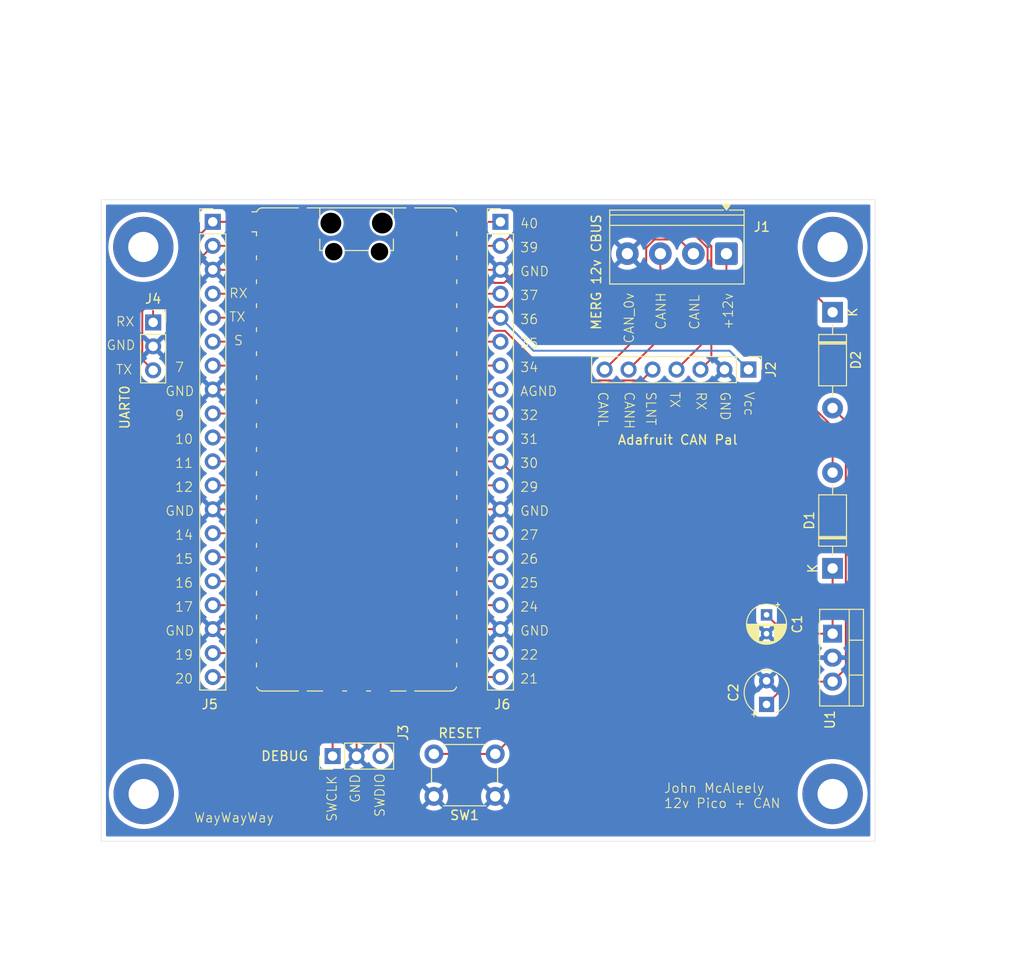
<source format=kicad_pcb>
(kicad_pcb (version 20241229) (generator "pcbnew") (generator_version "9.0")
  (layers (0 "F.Cu" signal) (2 "B.Cu" signal) (13 "F.Paste" user) (15 "B.Paste" user) (5 "F.SilkS" user "F.Silkscreen") (7 "B.SilkS" user "B.Silkscreen") (1 "F.Mask" user) (3 "B.Mask" user) (25 "Edge.Cuts" user))
  (net 0 "")
  (net 1 "Net-(A1-GPIO16)")
  (net 2 "Net-(A1-GPIO12)")
  (net 3 "Net-(A1-RUN)")
  (net 4 "Net-(A1-GPIO17)")
  (net 5 "Net-(A1-GPIO9)")
  (net 6 "Net-(A1-GPIO19)")
  (net 7 "GND")
  (net 8 "Net-(A1-GPIO2)")
  (net 9 "Net-(A1-GPIO22)")
  (net 10 "Net-(A1-AGND)")
  (net 11 "Net-(A1-VSYS)")
  (net 12 "Net-(A1-GPIO7)")
  (net 13 "Net-(A1-SWDIO)")
  (net 14 "Net-(A1-VBUS)")
  (net 15 "Net-(A1-GPIO28_ADC2)")
  (net 16 "Net-(A1-GPIO21)")
  (net 17 "Net-(A1-GPIO1)")
  (net 18 "Net-(A1-GPIO15)")
  (net 19 "Net-(A1-GPIO26_ADC0)")
  (net 20 "Net-(A1-GPIO4)")
  (net 21 "Net-(A1-GPIO10)")
  (net 22 "Net-(A1-GPIO3)")
  (net 23 "Net-(A1-GPIO13)")
  (net 24 "Net-(A1-GPIO5)")
  (net 25 "Net-(A1-GPIO8)")
  (net 26 "Net-(A1-3V3)")
  (net 27 "Net-(A1-GPIO27_ADC1)")
  (net 28 "Net-(A1-3V3_EN)")
  (net 29 "Net-(A1-SWCLK)")
  (net 30 "Net-(A1-GPIO20)")
  (net 31 "Net-(A1-ADC_VREF)")
  (net 32 "Net-(A1-GPIO11)")
  (net 33 "Net-(A1-GPIO18)")
  (net 34 "Net-(A1-GPIO14)")
  (net 35 "Net-(A1-GPIO0)")
  (net 36 "Net-(A1-GPIO6)")
  (net 37 "Net-(D1-A)")
  (net 38 "Net-(D1-K)")
  (net 39 "Net-(D2-A)")
  (net 40 "Net-(J1-CANH)")
  (net 41 "Net-(J1-CANL)")
  (footprint "Connector_PinHeader_2.54mm:PinHeader_1x20_P2.54mm_Vertical" (layer "F.Cu") (at 177.8 37.338)
    (property "Reference" "J6" (at 0.2 51.162 0) (layer "F.SilkS"))
    (property "Value" "Pico RHS")
    (pad "1" thru_hole rect (at 0 0) (size 1.7 1.7) (drill 1) (layers "*.Cu" "*.Mask") (net 14 "Net-(A1-VBUS)"))
    (pad "2" thru_hole circle (at 0 2.54) (size 1.7 1.7) (drill 1) (layers "*.Cu" "*.Mask") (net 11 "Net-(A1-VSYS)"))
    (pad "3" thru_hole circle (at 0 5.08) (size 1.7 1.7) (drill 1) (layers "*.Cu" "*.Mask") (net 7 "GND"))
    (pad "4" thru_hole circle (at 0 7.62) (size 1.7 1.7) (drill 1) (layers "*.Cu" "*.Mask") (net 28 "Net-(A1-3V3_EN)"))
    (pad "5" thru_hole circle (at 0 10.16) (size 1.7 1.7) (drill 1) (layers "*.Cu" "*.Mask") (net 26 "Net-(A1-3V3)"))
    (pad "6" thru_hole circle (at 0 12.7) (size 1.7 1.7) (drill 1) (layers "*.Cu" "*.Mask") (net 31 "Net-(A1-ADC_VREF)"))
    (pad "7" thru_hole circle (at 0 15.24) (size 1.7 1.7) (drill 1) (layers "*.Cu" "*.Mask") (net 15 "Net-(A1-GPIO28_ADC2)"))
    (pad "8" thru_hole circle (at 0 17.78) (size 1.7 1.7) (drill 1) (layers "*.Cu" "*.Mask") (net 10 "Net-(A1-AGND)"))
    (pad "9" thru_hole circle (at 0 20.32) (size 1.7 1.7) (drill 1) (layers "*.Cu" "*.Mask") (net 27 "Net-(A1-GPIO27_ADC1)"))
    (pad "10" thru_hole circle (at 0 22.86) (size 1.7 1.7) (drill 1) (layers "*.Cu" "*.Mask") (net 19 "Net-(A1-GPIO26_ADC0)"))
    (pad "11" thru_hole circle (at 0 25.4) (size 1.7 1.7) (drill 1) (layers "*.Cu" "*.Mask") (net 3 "Net-(A1-RUN)"))
    (pad "12" thru_hole circle (at 0 27.94) (size 1.7 1.7) (drill 1) (layers "*.Cu" "*.Mask") (net 9 "Net-(A1-GPIO22)"))
    (pad "13" thru_hole circle (at 0 30.48) (size 1.7 1.7) (drill 1) (layers "*.Cu" "*.Mask") (net 7 "GND"))
    (pad "14" thru_hole circle (at 0 33.02) (size 1.7 1.7) (drill 1) (layers "*.Cu" "*.Mask") (net 16 "Net-(A1-GPIO21)"))
    (pad "15" thru_hole circle (at 0 35.56) (size 1.7 1.7) (drill 1) (layers "*.Cu" "*.Mask") (net 30 "Net-(A1-GPIO20)"))
    (pad "16" thru_hole circle (at 0 38.1) (size 1.7 1.7) (drill 1) (layers "*.Cu" "*.Mask") (net 6 "Net-(A1-GPIO19)"))
    (pad "17" thru_hole circle (at 0 40.64) (size 1.7 1.7) (drill 1) (layers "*.Cu" "*.Mask") (net 33 "Net-(A1-GPIO18)"))
    (pad "18" thru_hole circle (at 0 43.18) (size 1.7 1.7) (drill 1) (layers "*.Cu" "*.Mask") (net 7 "GND"))
    (pad "19" thru_hole circle (at 0 45.72) (size 1.7 1.7) (drill 1) (layers "*.Cu" "*.Mask") (net 4 "Net-(A1-GPIO17)"))
    (pad "20" thru_hole circle (at 0 48.26) (size 1.7 1.7) (drill 1) (layers "*.Cu" "*.Mask") (net 1 "Net-(A1-GPIO16)"))
  )
  (footprint "MountingHole:MountingHole_3.2mm_M3_Pad" (layer "F.Cu") (at 213 98)
    (property "Reference" "REF**" (hide yes))
    (property "Value" "MountingHole_3.2mm_M3_Pad")
    (pad "1" thru_hole circle (at 0 0) (size 6.4 6.4) (drill 3.2) (layers "*.Cu" "*.Mask"))
  )
  (footprint "Package_TO_SOT_THT:TO-220-3_Vertical" (layer "F.Cu") (at 213 81 -90)
    (property "Reference" "U1" (at 9.12 0.28 90) (layer "F.SilkS"))
    (property "Value" "LM7805_TO220")
    (pad "1" thru_hole rect (at 0 0 270) (size 1.905 2) (drill 1.1) (layers "*.Cu" "*.Mask") (net 38 "Net-(D1-K)"))
    (pad "2" thru_hole oval (at 2.54 0 270) (size 1.905 2) (drill 1.1) (layers "*.Cu" "*.Mask") (net 7 "GND"))
    (pad "3" thru_hole oval (at 5.08 0 270) (size 1.905 2) (drill 1.1) (layers "*.Cu" "*.Mask") (net 39 "Net-(D2-A)"))
  )
  (footprint "MountingHole:MountingHole_3.2mm_M3_Pad" (layer "F.Cu") (at 140 98)
    (property "Reference" "REF**" (hide yes))
    (property "Value" "MountingHole_3.2mm_M3_Pad")
    (pad "1" thru_hole circle (at 0 0) (size 6.4 6.4) (drill 3.2) (layers "*.Cu" "*.Mask"))
  )
  (footprint "Connector_PinSocket_2.54mm:PinSocket_1x03_P2.54mm_Vertical" (layer "F.Cu") (at 141 48)
    (property "Reference" "J4" (at 0 -2.5 0) (layer "F.SilkS"))
    (property "Value" "UART0" (at -3 9 90) (layer "F.SilkS"))
    (fp_text user "${PIN_NAME(2)}" (at -5 3 0) (layer "F.SilkS") (effects (font (thickness 0.1)) (justify left bottom)))
    (fp_text user "${PIN_NAME(3)}" (at -4 5.588 0) (layer "F.SilkS") (effects (font (thickness 0.1)) (justify left bottom)))
    (fp_text user "${PIN_NAME(1)}" (at -4 0.508 0) (layer "F.SilkS") (effects (font (thickness 0.1)) (justify left bottom)))
    (pad "1" thru_hole rect (at 0 0) (size 1.7 1.7) (drill 1) (layers "*.Cu" "*.Mask") (net 17 "Net-(A1-GPIO1)"))
    (pad "2" thru_hole circle (at 0 2.54) (size 1.7 1.7) (drill 1) (layers "*.Cu" "*.Mask") (net 7 "GND"))
    (pad "3" thru_hole circle (at 0 5.08) (size 1.7 1.7) (drill 1) (layers "*.Cu" "*.Mask") (net 35 "Net-(A1-GPIO0)"))
  )
  (footprint "MountingHole:MountingHole_3.2mm_M3_Pad" (layer "F.Cu") (at 213 40)
    (property "Reference" "REF**" (hide yes))
    (property "Value" "MountingHole_3.2mm_M3_Pad")
    (pad "1" thru_hole circle (at 0 0) (size 6.4 6.4) (drill 3.2) (layers "*.Cu" "*.Mask"))
  )
  (footprint "Button_Switch_THT:SW_PUSH_6mm" (layer "F.Cu") (at 177.25 98.25 180)
    (property "Reference" "SW1" (at 3.25 -2 0) (layer "F.SilkS"))
    (property "Value" "RESET" (at 3.75 6.7 0) (layer "F.SilkS"))
    (pad "1" thru_hole circle (at 0 0 270) (size 2 2) (drill 1.1) (layers "*.Cu" "*.Mask") (net 7 "GND"))
    (pad "1" thru_hole circle (at 6.5 0 270) (size 2 2) (drill 1.1) (layers "*.Cu" "*.Mask") (net 7 "GND"))
    (pad "2" thru_hole circle (at 0 4.5 270) (size 2 2) (drill 1.1) (layers "*.Cu" "*.Mask") (net 3 "Net-(A1-RUN)"))
    (pad "2" thru_hole circle (at 6.5 4.5 270) (size 2 2) (drill 1.1) (layers "*.Cu" "*.Mask") (net 3 "Net-(A1-RUN)"))
  )
  (footprint "Connector_PinHeader_2.54mm:PinHeader_1x07_P2.54mm_Vertical" (layer "F.Cu") (at 204.08 53 -90)
    (property "Reference" "J2" (at 0 -2.38 90) (layer "F.SilkS"))
    (property "Value" "Adafruit CAN Pal" (at 7.452 7.484 0) (layer "F.SilkS"))
    (fp_text user "${PIN_NAME(7)}" (at 2.286 16.002 270) (layer "F.SilkS") (effects (font (thickness 0.1)) (justify left bottom)))
    (fp_text user "${PIN_NAME(3)}" (at 2.286 5.588 270) (layer "F.SilkS") (effects (font (thickness 0.1)) (justify left bottom)))
    (fp_text user "${PIN_NAME(6)}" (at 2.286 13.208 270) (layer "F.SilkS") (effects (font (thickness 0.1)) (justify left bottom)))
    (fp_text user "${PIN_NAME(4)}" (at 2.286 8.382 270) (layer "F.SilkS") (effects (font (thickness 0.1)) (justify left bottom)))
    (fp_text user "${PIN_NAME(5)}" (at 2.286 10.922 270) (layer "F.SilkS") (effects (font (thickness 0.1)) (justify left bottom)))
    (fp_text user "${PIN_NAME(1)}" (at 2.286 0.508 270) (layer "F.SilkS") (effects (font (thickness 0.1)) (justify left bottom)))
    (fp_text user "${PIN_NAME(2)}" (at 2.286 3.048 270) (layer "F.SilkS") (effects (font (thickness 0.1)) (justify left bottom)))
    (pad "1" thru_hole rect (at 0 0 270) (size 1.7 1.7) (drill 1) (layers "*.Cu" "*.Mask") (net 26 "Net-(A1-3V3)"))
    (pad "2" thru_hole circle (at 0 2.54 270) (size 1.7 1.7) (drill 1) (layers "*.Cu" "*.Mask") (net 7 "GND"))
    (pad "3" thru_hole circle (at 0 5.08 270) (size 1.7 1.7) (drill 1) (layers "*.Cu" "*.Mask") (net 8 "Net-(A1-GPIO2)"))
    (pad "4" thru_hole circle (at 0 7.62 270) (size 1.7 1.7) (drill 1) (layers "*.Cu" "*.Mask") (net 22 "Net-(A1-GPIO3)"))
    (pad "5" thru_hole circle (at 0 10.16 270) (size 1.7 1.7) (drill 1) (layers "*.Cu" "*.Mask") (net 20 "Net-(A1-GPIO4)"))
    (pad "6" thru_hole circle (at 0 12.7 270) (size 1.7 1.7) (drill 1) (layers "*.Cu" "*.Mask") (net 40 "Net-(J1-CANH)"))
    (pad "7" thru_hole circle (at 0 15.24 270) (size 1.7 1.7) (drill 1) (layers "*.Cu" "*.Mask") (net 41 "Net-(J1-CANL)"))
  )
  (footprint "Diode_THT:D_DO-41_SOD81_P10.16mm_Horizontal" (layer "F.Cu") (at 213 74.08 90)
    (property "Reference" "D1" (at 5.08 -2.47 90) (layer "F.SilkS"))
    (property "Value" "1N4002")
    (fp_text user "K" (at 0 -2.1 90) (layer "F.SilkS"))
    (pad "1" thru_hole rect (at 0 0 90) (size 2.2 2.2) (drill 1.1) (layers "*.Cu" "*.Mask") (net 38 "Net-(D1-K)"))
    (pad "2" thru_hole oval (at 10.16 0 90) (size 2.2 2.2) (drill 1.1) (layers "*.Cu" "*.Mask") (net 37 "Net-(D1-A)"))
  )
  (footprint "Connector_PinHeader_2.54mm:PinHeader_1x03_P2.54mm_Vertical" (layer "F.Cu") (at 160.02 93.98 90)
    (property "Reference" "J3" (at 2.48 7.48 90) (layer "F.SilkS"))
    (property "Value" "DEBUG" (at 0 -5.08 0) (layer "F.SilkS"))
    (fp_text user "${PIN_NAME(3)}" (at -6.52 5.588 90) (layer "F.SilkS") (effects (font (thickness 0.1)) (justify left bottom)))
    (fp_text user "${PIN_NAME(2)}" (at -5.02 2.98 90) (layer "F.SilkS") (effects (font (thickness 0.1)) (justify left bottom)))
    (fp_text user "${PIN_NAME(1)}" (at -7.02 0.508 90) (layer "F.SilkS") (effects (font (thickness 0.1)) (justify left bottom)))
    (pad "1" thru_hole rect (at 0 0 90) (size 1.7 1.7) (drill 1) (layers "*.Cu" "*.Mask") (net 29 "Net-(A1-SWCLK)"))
    (pad "2" thru_hole circle (at 0 2.54 90) (size 1.7 1.7) (drill 1) (layers "*.Cu" "*.Mask") (net 7 "GND"))
    (pad "3" thru_hole circle (at 0 5.08 90) (size 1.7 1.7) (drill 1) (layers "*.Cu" "*.Mask") (net 13 "Net-(A1-SWDIO)"))
  )
  (footprint "MountingHole:MountingHole_3.2mm_M3_Pad" (layer "F.Cu") (at 139.96 40)
    (property "Reference" "REF**" (hide yes))
    (property "Value" "MountingHole_3.2mm_M3_Pad")
    (pad "1" thru_hole circle (at 0 0) (size 6.4 6.4) (drill 3.2) (layers "*.Cu" "*.Mask"))
  )
  (footprint "Module:RaspberryPi_Pico_SMD_HandSolder" (layer "F.Cu") (at 162.56 61.468)
    (property "Reference" "A1" (hide yes))
    (property "Value" "RaspberryPi_Pico")
    (pad "" smd rect (at -8.89 -24.13) (size 3.8 2.2) (drill (offset -0.8 0)) (layers "F.Paste"))
    (pad "" smd rect (at -8.89 -21.59) (size 3.8 2.2) (drill (offset -0.8 0)) (layers "F.Paste"))
    (pad "" smd rect (at -8.89 -19.05) (size 3.8 2.2) (drill (offset -0.8 0)) (layers "F.Paste"))
    (pad "" smd rect (at -8.89 -16.51) (size 3.8 2.2) (drill (offset -0.8 0)) (layers "F.Paste"))
    (pad "" smd rect (at -8.89 -13.97) (size 3.8 2.2) (drill (offset -0.8 0)) (layers "F.Paste"))
    (pad "" smd rect (at -8.89 -11.43) (size 3.8 2.2) (drill (offset -0.8 0)) (layers "F.Paste"))
    (pad "" smd rect (at -8.89 -8.89) (size 3.8 2.2) (drill (offset -0.8 0)) (layers "F.Paste"))
    (pad "" smd rect (at -8.89 -6.35) (size 3.8 2.2) (drill (offset -0.8 0)) (layers "F.Paste"))
    (pad "" smd rect (at -8.89 -3.81) (size 3.8 2.2) (drill (offset -0.8 0)) (layers "F.Paste"))
    (pad "" smd rect (at -8.89 -1.27) (size 3.8 2.2) (drill (offset -0.8 0)) (layers "F.Paste"))
    (pad "" smd rect (at -8.89 1.27) (size 3.8 2.2) (drill (offset -0.8 0)) (layers "F.Paste"))
    (pad "" smd rect (at -8.89 3.81) (size 3.8 2.2) (drill (offset -0.8 0)) (layers "F.Paste"))
    (pad "" smd rect (at -8.89 6.35) (size 3.8 2.2) (drill (offset -0.8 0)) (layers "F.Paste"))
    (pad "" smd rect (at -8.89 8.89) (size 3.8 2.2) (drill (offset -0.8 0)) (layers "F.Paste"))
    (pad "" smd rect (at -8.89 11.43) (size 3.8 2.2) (drill (offset -0.8 0)) (layers "F.Paste"))
    (pad "" smd rect (at -8.89 13.97) (size 3.8 2.2) (drill (offset -0.8 0)) (layers "F.Paste"))
    (pad "" smd rect (at -8.89 16.51) (size 3.8 2.2) (drill (offset -0.8 0)) (layers "F.Paste"))
    (pad "" smd rect (at -8.89 19.05) (size 3.8 2.2) (drill (offset -0.8 0)) (layers "F.Paste"))
    (pad "" smd rect (at -8.89 21.59) (size 3.8 2.2) (drill (offset -0.8 0)) (layers "F.Paste"))
    (pad "" smd rect (at -8.89 24.13) (size 3.8 2.2) (drill (offset -0.8 0)) (layers "F.Paste"))
    (pad "" np_thru_hole circle (at -2.725 -24) (size 2.2 2.2) (drill 2.2) (layers "*.Mask"))
    (pad "" smd rect (at -2.54 23.9) (size 2.2 3.8) (drill (offset 0 0.8)) (layers "F.Paste"))
    (pad "" np_thru_hole circle (at -2.425 -20.97) (size 1.85 1.85) (drill 1.85) (layers "*.Mask"))
    (pad "" smd rect (at 0 23.9) (size 2.2 3.8) (drill (offset 0 0.8)) (layers "F.Paste"))
    (pad "" np_thru_hole circle (at 2.425 -20.97) (size 1.85 1.85) (drill 1.85) (layers "*.Mask"))
    (pad "" smd rect (at 2.54 23.9) (size 2.2 3.8) (drill (offset 0 0.8)) (layers "F.Paste"))
    (pad "" np_thru_hole circle (at 2.725 -24) (size 2.2 2.2) (drill 2.2) (layers "*.Mask"))
    (pad "" smd rect (at 8.89 -24.13) (size 3.8 2.2) (drill (offset 0.8 0)) (layers "F.Paste"))
    (pad "" smd rect (at 8.89 -21.59) (size 3.8 2.2) (drill (offset 0.8 0)) (layers "F.Paste"))
    (pad "" smd rect (at 8.89 -19.05) (size 3.8 2.2) (drill (offset 0.8 0)) (layers "F.Paste"))
    (pad "" smd rect (at 8.89 -16.51) (size 3.8 2.2) (drill (offset 0.8 0)) (layers "F.Paste"))
    (pad "" smd rect (at 8.89 -13.97) (size 3.8 2.2) (drill (offset 0.8 0)) (layers "F.Paste"))
    (pad "" smd rect (at 8.89 -11.43) (size 3.8 2.2) (drill (offset 0.8 0)) (layers "F.Paste"))
    (pad "" smd rect (at 8.89 -8.89) (size 3.8 2.2) (drill (offset 0.8 0)) (layers "F.Paste"))
    (pad "" smd rect (at 8.89 -6.35) (size 3.8 2.2) (drill (offset 0.8 0)) (layers "F.Paste"))
    (pad "" smd rect (at 8.89 -3.81) (size 3.8 2.2) (drill (offset 0.8 0)) (layers "F.Paste"))
    (pad "" smd rect (at 8.89 -1.27) (size 3.8 2.2) (drill (offset 0.8 0)) (layers "F.Paste"))
    (pad "" smd rect (at 8.89 1.27) (size 3.8 2.2) (drill (offset 0.8 0)) (layers "F.Paste"))
    (pad "" smd rect (at 8.89 3.81) (size 3.8 2.2) (drill (offset 0.8 0)) (layers "F.Paste"))
    (pad "" smd rect (at 8.89 6.35) (size 3.8 2.2) (drill (offset 0.8 0)) (layers "F.Paste"))
    (pad "" smd rect (at 8.89 8.89) (size 3.8 2.2) (drill (offset 0.8 0)) (layers "F.Paste"))
    (pad "" smd rect (at 8.89 11.43) (size 3.8 2.2) (drill (offset 0.8 0)) (layers "F.Paste"))
    (pad "" smd rect (at 8.89 13.97) (size 3.8 2.2) (drill (offset 0.8 0)) (layers "F.Paste"))
    (pad "" smd rect (at 8.89 16.51) (size 3.8 2.2) (drill (offset 0.8 0)) (layers "F.Paste"))
    (pad "" smd rect (at 8.89 19.05) (size 3.8 2.2) (drill (offset 0.8 0)) (layers "F.Paste"))
    (pad "" smd rect (at 8.89 21.59) (size 3.8 2.2) (drill (offset 0.8 0)) (layers "F.Paste"))
    (pad "" smd rect (at 8.89 24.13) (size 3.8 2.2) (drill (offset 0.8 0)) (layers "F.Paste"))
    (pad "1" smd custom (at -9.69 -24.13) (size 1.6 0.8) (layers "F.Cu" "F.Mask") (net 35 "Net-(A1-GPIO0)") (options (clearance outline) (anchor rect)) (primitives (gr_circle (center 0.8 0) (end 1.6 0) (width 0) (fill yes)) (gr_poly (pts (xy -1.6 -0.6) (xy -1.6 0.6) (xy -1.4 0.8) (xy 0.8 0.8) (xy 0.8 -0.8) (xy -1.4 -0.8)) (width 0) (fill yes)) (gr_circle (center -1.4 -0.6) (end -1.2 -0.6) (width 0) (fill yes)) (gr_circle (center -1.4 0.6) (end -1.2 0.6) (width 0) (fill yes))))
    (pad "2" smd roundrect (at -9.69 -21.59) (size 3.2 1.6) (layers "F.Cu" "F.Mask") (roundrect_rratio 0.5) (net 17 "Net-(A1-GPIO1)"))
    (pad "3" smd custom (at -9.69 -19.05) (size 1.6 0.8) (layers "F.Cu" "F.Mask") (net 7 "GND") (options (clearance outline) (anchor rect)) (primitives (gr_circle (center -0.8 0) (end 0 0) (width 0) (fill yes)) (gr_poly (pts (xy 1.6 -0.6) (xy 1.6 0.6) (xy 1.4 0.8) (xy -0.8 0.8) (xy -0.8 -0.8) (xy 1.4 -0.8)) (width 0) (fill yes)) (gr_circle (center 1.4 -0.6) (end 1.6 -0.6) (width 0) (fill yes)) (gr_circle (center 1.4 0.6) (end 1.6 0.6) (width 0) (fill yes))))
    (pad "4" smd roundrect (at -9.69 -16.51) (size 3.2 1.6) (layers "F.Cu" "F.Mask") (roundrect_rratio 0.5) (net 8 "Net-(A1-GPIO2)"))
    (pad "5" smd roundrect (at -9.69 -13.97) (size 3.2 1.6) (layers "F.Cu" "F.Mask") (roundrect_rratio 0.5) (net 22 "Net-(A1-GPIO3)"))
    (pad "6" smd roundrect (at -9.69 -11.43) (size 3.2 1.6) (layers "F.Cu" "F.Mask") (roundrect_rratio 0.5) (net 20 "Net-(A1-GPIO4)"))
    (pad "7" smd roundrect (at -9.69 -8.89) (size 3.2 1.6) (layers "F.Cu" "F.Mask") (roundrect_rratio 0.5) (net 24 "Net-(A1-GPIO5)"))
    (pad "8" smd custom (at -9.69 -6.35) (size 1.6 0.8) (layers "F.Cu" "F.Mask") (net 7 "GND") (options (clearance outline) (anchor rect)) (primitives (gr_circle (center -0.8 0) (end 0 0) (width 0) (fill yes)) (gr_poly (pts (xy 1.6 -0.6) (xy 1.6 0.6) (xy 1.4 0.8) (xy -0.8 0.8) (xy -0.8 -0.8) (xy 1.4 -0.8)) (width 0) (fill yes)) (gr_circle (center 1.4 -0.6) (end 1.6 -0.6) (width 0) (fill yes)) (gr_circle (center 1.4 0.6) (end 1.6 0.6) (width 0) (fill yes))))
    (pad "9" smd roundrect (at -9.69 -3.81) (size 3.2 1.6) (layers "F.Cu" "F.Mask") (roundrect_rratio 0.5) (net 36 "Net-(A1-GPIO6)"))
    (pad "10" smd roundrect (at -9.69 -1.27) (size 3.2 1.6) (layers "F.Cu" "F.Mask") (roundrect_rratio 0.5) (net 12 "Net-(A1-GPIO7)"))
    (pad "11" smd roundrect (at -9.69 1.27) (size 3.2 1.6) (layers "F.Cu" "F.Mask") (roundrect_rratio 0.5) (net 25 "Net-(A1-GPIO8)"))
    (pad "12" smd roundrect (at -9.69 3.81) (size 3.2 1.6) (layers "F.Cu" "F.Mask") (roundrect_rratio 0.5) (net 5 "Net-(A1-GPIO9)"))
    (pad "13" smd custom (at -9.69 6.35) (size 1.6 0.8) (layers "F.Cu" "F.Mask") (net 7 "GND") (options (clearance outline) (anchor rect)) (primitives (gr_circle (center -0.8 0) (end 0 0) (width 0) (fill yes)) (gr_poly (pts (xy 1.6 -0.6) (xy 1.6 0.6) (xy 1.4 0.8) (xy -0.8 0.8) (xy -0.8 -0.8) (xy 1.4 -0.8)) (width 0) (fill yes)) (gr_circle (center 1.4 -0.6) (end 1.6 -0.6) (width 0) (fill yes)) (gr_circle (center 1.4 0.6) (end 1.6 0.6) (width 0) (fill yes))))
    (pad "14" smd roundrect (at -9.69 8.89) (size 3.2 1.6) (layers "F.Cu" "F.Mask") (roundrect_rratio 0.5) (net 21 "Net-(A1-GPIO10)"))
    (pad "15" smd roundrect (at -9.69 11.43) (size 3.2 1.6) (layers "F.Cu" "F.Mask") (roundrect_rratio 0.5) (net 32 "Net-(A1-GPIO11)"))
    (pad "16" smd roundrect (at -9.69 13.97) (size 3.2 1.6) (layers "F.Cu" "F.Mask") (roundrect_rratio 0.5) (net 2 "Net-(A1-GPIO12)"))
    (pad "17" smd roundrect (at -9.69 16.51) (size 3.2 1.6) (layers "F.Cu" "F.Mask") (roundrect_rratio 0.5) (net 23 "Net-(A1-GPIO13)"))
    (pad "18" smd custom (at -9.69 19.05) (size 1.6 0.8) (layers "F.Cu" "F.Mask") (net 7 "GND") (options (clearance outline) (anchor rect)) (primitives (gr_circle (center -0.8 0) (end 0 0) (width 0) (fill yes)) (gr_poly (pts (xy 1.6 -0.6) (xy 1.6 0.6) (xy 1.4 0.8) (xy -0.8 0.8) (xy -0.8 -0.8) (xy 1.4 -0.8)) (width 0) (fill yes)) (gr_circle (center 1.4 -0.6) (end 1.6 -0.6) (width 0) (fill yes)) (gr_circle (center 1.4 0.6) (end 1.6 0.6) (width 0) (fill yes))))
    (pad "19" smd roundrect (at -9.69 21.59) (size 3.2 1.6) (layers "F.Cu" "F.Mask") (roundrect_rratio 0.5) (net 34 "Net-(A1-GPIO14)"))
    (pad "20" smd roundrect (at -9.69 24.13) (size 3.2 1.6) (layers "F.Cu" "F.Mask") (roundrect_rratio 0.5) (net 18 "Net-(A1-GPIO15)"))
    (pad "21" smd roundrect (at 9.69 24.13) (size 3.2 1.6) (layers "F.Cu" "F.Mask") (roundrect_rratio 0.5) (net 1 "Net-(A1-GPIO16)"))
    (pad "22" smd roundrect (at 9.69 21.59) (size 3.2 1.6) (layers "F.Cu" "F.Mask") (roundrect_rratio 0.5) (net 4 "Net-(A1-GPIO17)"))
    (pad "23" smd custom (at 9.69 19.05) (size 1.6 0.8) (layers "F.Cu" "F.Mask") (net 7 "GND") (options (clearance outline) (anchor rect)) (primitives (gr_circle (center 0.8 0) (end 1.6 0) (width 0) (fill yes)) (gr_poly (pts (xy -1.6 -0.6) (xy -1.6 0.6) (xy -1.4 0.8) (xy 0.8 0.8) (xy 0.8 -0.8) (xy -1.4 -0.8)) (width 0) (fill yes)) (gr_circle (center -1.4 -0.6) (end -1.2 -0.6) (width 0) (fill yes)) (gr_circle (center -1.4 0.6) (end -1.2 0.6) (width 0) (fill yes))))
    (pad "24" smd roundrect (at 9.69 16.51) (size 3.2 1.6) (layers "F.Cu" "F.Mask") (roundrect_rratio 0.5) (net 33 "Net-(A1-GPIO18)"))
    (pad "25" smd roundrect (at 9.69 13.97) (size 3.2 1.6) (layers "F.Cu" "F.Mask") (roundrect_rratio 0.5) (net 6 "Net-(A1-GPIO19)"))
    (pad "26" smd roundrect (at 9.69 11.43) (size 3.2 1.6) (layers "F.Cu" "F.Mask") (roundrect_rratio 0.5) (net 30 "Net-(A1-GPIO20)"))
    (pad "27" smd roundrect (at 9.69 8.89) (size 3.2 1.6) (layers "F.Cu" "F.Mask") (roundrect_rratio 0.5) (net 16 "Net-(A1-GPIO21)"))
    (pad "28" smd custom (at 9.69 6.35) (size 1.6 0.8) (layers "F.Cu" "F.Mask") (net 7 "GND") (options (clearance outline) (anchor rect)) (primitives (gr_circle (center 0.8 0) (end 1.6 0) (width 0) (fill yes)) (gr_poly (pts (xy -1.6 -0.6) (xy -1.6 0.6) (xy -1.4 0.8) (xy 0.8 0.8) (xy 0.8 -0.8) (xy -1.4 -0.8)) (width 0) (fill yes)) (gr_circle (center -1.4 -0.6) (end -1.2 -0.6) (width 0) (fill yes)) (gr_circle (center -1.4 0.6) (end -1.2 0.6) (width 0) (fill yes))))
    (pad "29" smd roundrect (at 9.69 3.81) (size 3.2 1.6) (layers "F.Cu" "F.Mask") (roundrect_rratio 0.5) (net 9 "Net-(A1-GPIO22)"))
    (pad "30" smd roundrect (at 9.69 1.27) (size 3.2 1.6) (layers "F.Cu" "F.Mask") (roundrect_rratio 0.5) (net 3 "Net-(A1-RUN)"))
    (pad "31" smd roundrect (at 9.69 -1.27) (size 3.2 1.6) (layers "F.Cu" "F.Mask") (roundrect_rratio 0.5) (net 19 "Net-(A1-GPIO26_ADC0)"))
    (pad "32" smd roundrect (at 9.69 -3.81) (size 3.2 1.6) (layers "F.Cu" "F.Mask") (roundrect_rratio 0.5) (net 27 "Net-(A1-GPIO27_ADC1)"))
    (pad "33" smd custom (at 9.69 -6.35) (size 1.6 0.8) (layers "F.Cu" "F.Mask") (net 10 "Net-(A1-AGND)") (options (clearance outline) (anchor rect)) (primitives (gr_circle (center 0.8 0) (end 1.6 0) (width 0) (fill yes)) (gr_poly (pts (xy -1.6 -0.6) (xy -1.6 0.6) (xy -1.4 0.8) (xy 0.8 0.8) (xy 0.8 -0.8) (xy -1.4 -0.8)) (width 0) (fill yes)) (gr_circle (center -1.4 -0.6) (end -1.2 -0.6) (width 0) (fill yes)) (gr_circle (center -1.4 0.6) (end -1.2 0.6) (width 0) (fill yes))))
    (pad "34" smd roundrect (at 9.69 -8.89) (size 3.2 1.6) (layers "F.Cu" "F.Mask") (roundrect_rratio 0.5) (net 15 "Net-(A1-GPIO28_ADC2)"))
    (pad "35" smd roundrect (at 9.69 -11.43) (size 3.2 1.6) (layers "F.Cu" "F.Mask") (roundrect_rratio 0.5) (net 31 "Net-(A1-ADC_VREF)"))
    (pad "36" smd roundrect (at 9.69 -13.97) (size 3.2 1.6) (layers "F.Cu" "F.Mask") (roundrect_rratio 0.5) (net 26 "Net-(A1-3V3)"))
    (pad "37" smd roundrect (at 9.69 -16.51) (size 3.2 1.6) (layers "F.Cu" "F.Mask") (roundrect_rratio 0.5) (net 28 "Net-(A1-3V3_EN)"))
    (pad "38" smd custom (at 9.69 -19.05) (size 1.6 0.8) (layers "F.Cu" "F.Mask") (net 7 "GND") (options (clearance outline) (anchor rect)) (primitives (gr_circle (center 0.8 0) (end 1.6 0) (width 0) (fill yes)) (gr_poly (pts (xy -1.6 -0.6) (xy -1.6 0.6) (xy -1.4 0.8) (xy 0.8 0.8) (xy 0.8 -0.8) (xy -1.4 -0.8)) (width 0) (fill yes)) (gr_circle (center -1.4 -0.6) (end -1.2 -0.6) (width 0) (fill yes)) (gr_circle (center -1.4 0.6) (end -1.2 0.6) (width 0) (fill yes))))
    (pad "39" smd roundrect (at 9.69 -21.59) (size 3.2 1.6) (layers "F.Cu" "F.Mask") (roundrect_rratio 0.5) (net 11 "Net-(A1-VSYS)"))
    (pad "40" smd roundrect (at 9.69 -24.13) (size 3.2 1.6) (layers "F.Cu" "F.Mask") (roundrect_rratio 0.5) (net 14 "Net-(A1-VBUS)"))
    (pad "D1" smd roundrect (at -2.54 23.9 90) (size 3.2 1.6) (drill (offset -0.8 0)) (layers "F.Cu" "F.Mask") (roundrect_rratio 0.5) (net 29 "Net-(A1-SWCLK)"))
    (pad "D2" smd custom (at 0 23.9 270) (size 1.6 1.6) (layers "F.Cu" "F.Mask") (net 7 "GND") (options (clearance outline) (anchor circle)) (primitives (gr_poly (pts (xy -0.8 -0.6) (xy -0.8 0.6) (xy -0.6 0.8) (xy 1.6 0.8) (xy 1.6 -0.8) (xy -0.6 -0.8)) (width 0) (fill yes)) (gr_circle (center -0.6 0.6) (end -0.4 0.6) (width 0) (fill yes)) (gr_circle (center -0.6 -0.6) (end -0.4 -0.6) (width 0) (fill yes)) (gr_circle (center 1.6 0) (end 2.4 0) (width 0) (fill yes))))
    (pad "D3" smd roundrect (at 2.54 23.9 90) (size 3.2 1.6) (drill (offset -0.8 0)) (layers "F.Cu" "F.Mask") (roundrect_rratio 0.5) (net 13 "Net-(A1-SWDIO)"))
  )
  (footprint "Connector_PinHeader_2.54mm:PinHeader_1x20_P2.54mm_Vertical" (layer "F.Cu") (at 147.32 37.338)
    (property "Reference" "J5" (at -0.32 51.162 0) (layer "F.SilkS"))
    (property "Value" "Pico LHS")
    (pad "1" thru_hole rect (at 0 0) (size 1.7 1.7) (drill 1) (layers "*.Cu" "*.Mask") (net 35 "Net-(A1-GPIO0)"))
    (pad "2" thru_hole circle (at 0 2.54) (size 1.7 1.7) (drill 1) (layers "*.Cu" "*.Mask") (net 17 "Net-(A1-GPIO1)"))
    (pad "3" thru_hole circle (at 0 5.08) (size 1.7 1.7) (drill 1) (layers "*.Cu" "*.Mask") (net 7 "GND"))
    (pad "4" thru_hole circle (at 0 7.62) (size 1.7 1.7) (drill 1) (layers "*.Cu" "*.Mask") (net 8 "Net-(A1-GPIO2)"))
    (pad "5" thru_hole circle (at 0 10.16) (size 1.7 1.7) (drill 1) (layers "*.Cu" "*.Mask") (net 22 "Net-(A1-GPIO3)"))
    (pad "6" thru_hole circle (at 0 12.7) (size 1.7 1.7) (drill 1) (layers "*.Cu" "*.Mask") (net 20 "Net-(A1-GPIO4)"))
    (pad "7" thru_hole circle (at 0 15.24) (size 1.7 1.7) (drill 1) (layers "*.Cu" "*.Mask") (net 24 "Net-(A1-GPIO5)"))
    (pad "8" thru_hole circle (at 0 17.78) (size 1.7 1.7) (drill 1) (layers "*.Cu" "*.Mask") (net 7 "GND"))
    (pad "9" thru_hole circle (at 0 20.32) (size 1.7 1.7) (drill 1) (layers "*.Cu" "*.Mask") (net 36 "Net-(A1-GPIO6)"))
    (pad "10" thru_hole circle (at 0 22.86) (size 1.7 1.7) (drill 1) (layers "*.Cu" "*.Mask") (net 12 "Net-(A1-GPIO7)"))
    (pad "11" thru_hole circle (at 0 25.4) (size 1.7 1.7) (drill 1) (layers "*.Cu" "*.Mask") (net 25 "Net-(A1-GPIO8)"))
    (pad "12" thru_hole circle (at 0 27.94) (size 1.7 1.7) (drill 1) (layers "*.Cu" "*.Mask") (net 5 "Net-(A1-GPIO9)"))
    (pad "13" thru_hole circle (at 0 30.48) (size 1.7 1.7) (drill 1) (layers "*.Cu" "*.Mask") (net 7 "GND"))
    (pad "14" thru_hole circle (at 0 33.02) (size 1.7 1.7) (drill 1) (layers "*.Cu" "*.Mask") (net 21 "Net-(A1-GPIO10)"))
    (pad "15" thru_hole circle (at 0 35.56) (size 1.7 1.7) (drill 1) (layers "*.Cu" "*.Mask") (net 32 "Net-(A1-GPIO11)"))
    (pad "16" thru_hole circle (at 0 38.1) (size 1.7 1.7) (drill 1) (layers "*.Cu" "*.Mask") (net 2 "Net-(A1-GPIO12)"))
    (pad "17" thru_hole circle (at 0 40.64) (size 1.7 1.7) (drill 1) (layers "*.Cu" "*.Mask") (net 23 "Net-(A1-GPIO13)"))
    (pad "18" thru_hole circle (at 0 43.18) (size 1.7 1.7) (drill 1) (layers "*.Cu" "*.Mask") (net 7 "GND"))
    (pad "19" thru_hole circle (at 0 45.72) (size 1.7 1.7) (drill 1) (layers "*.Cu" "*.Mask") (net 34 "Net-(A1-GPIO14)"))
    (pad "20" thru_hole circle (at 0 48.26) (size 1.7 1.7) (drill 1) (layers "*.Cu" "*.Mask") (net 18 "Net-(A1-GPIO15)"))
  )
  (footprint "Capacitor_THT:CP_Radial_D4.0mm_P2.00mm" (layer "F.Cu") (at 206 79 -90)
    (property "Reference" "C1" (at 1 -3.25 90) (layer "F.SilkS"))
    (property "Value" "100uF, 25V")
    (pad "1" thru_hole rect (at 0 0 270) (size 1.2 1.2) (drill 0.6) (layers "*.Cu" "*.Mask") (net 38 "Net-(D1-K)"))
    (pad "2" thru_hole circle (at 2 0 270) (size 1.2 1.2) (drill 0.6) (layers "*.Cu" "*.Mask") (net 7 "GND"))
  )
  (footprint "Diode_THT:D_DO-41_SOD81_P10.16mm_Horizontal" (layer "F.Cu") (at 213 46.92 -90)
    (property "Reference" "D2" (at 5.08 -2.47 90) (layer "F.SilkS"))
    (property "Value" "1N5817")
    (fp_text user "K" (at 0 -2.1 90) (layer "F.SilkS"))
    (pad "1" thru_hole rect (at 0 0 270) (size 2.2 2.2) (drill 1.1) (layers "*.Cu" "*.Mask") (net 11 "Net-(A1-VSYS)"))
    (pad "2" thru_hole oval (at 10.16 0 270) (size 2.2 2.2) (drill 1.1) (layers "*.Cu" "*.Mask") (net 39 "Net-(D2-A)"))
  )
  (footprint "Capacitor_THT:CP_Radial_Tantal_D4.5mm_P2.50mm" (layer "F.Cu") (at 206 88.5 90)
    (property "Reference" "C2" (at 1.25 -3.5 90) (layer "F.SilkS"))
    (property "Value" "4.7uF")
    (pad "1" thru_hole rect (at 0 0 90) (size 1.6 1.6) (drill 0.8) (layers "*.Cu" "*.Mask") (net 39 "Net-(D2-A)"))
    (pad "2" thru_hole circle (at 2.5 0 90) (size 1.6 1.6) (drill 0.8) (layers "*.Cu" "*.Mask") (net 7 "GND"))
  )
  (footprint "TerminalBlock_Phoenix:TerminalBlock_Phoenix_PT-1,5-4-3.5-H_1x04_P3.50mm_Horizontal" (layer "F.Cu") (at 201.75 40.7105 180)
    (property "Reference" "J1" (at -3.75 2.8325 0) (layer "F.SilkS"))
    (property "Value" "MERG 12v CBUS" (at 13.79 -1.9615 270) (layer "F.SilkS"))
    (fp_text user "${PIN_NAME(1)}" (at -0.762 -8.128 90) (layer "F.SilkS") (effects (font (thickness 0.1)) (justify left bottom)))
    (fp_text user "${PIN_NAME(3)}" (at 6.35 -8.128 90) (layer "F.SilkS") (effects (font (thickness 0.1)) (justify left bottom)))
    (fp_text user "${PIN_NAME(2)}" (at 2.794 -8.128 90) (layer "F.SilkS") (effects (font (thickness 0.1)) (justify left bottom)))
    (fp_text user "${PIN_NAME(4)}" (at 9.726 -9.5815 90) (layer "F.SilkS") (effects (font (thickness 0.1)) (justify left bottom)))
    (pad "1" thru_hole roundrect (at 0 0 180) (size 2.4 2.4) (drill 1.2) (layers "*.Cu" "*.Mask") (roundrect_rratio 0.104167) (net 37 "Net-(D1-A)"))
    (pad "2" thru_hole circle (at 3.5 0 180) (size 2.4 2.4) (drill 1.2) (layers "*.Cu" "*.Mask") (net 41 "Net-(J1-CANL)"))
    (pad "3" thru_hole circle (at 7 0 180) (size 2.4 2.4) (drill 1.2) (layers "*.Cu" "*.Mask") (net 40 "Net-(J1-CANH)"))
    (pad "4" thru_hole circle (at 10.5 0 180) (size 2.4 2.4) (drill 1.2) (layers "*.Cu" "*.Mask") (net 7 "GND"))
  )
  (gr_rect (start 135.5 35) (end 217.5 103) (stroke (width 0.05)) (fill no) (layer "Edge.Cuts"))
  (gr_text "34\n" (at 179.832 53.34 0) (layer "F.SilkS") (effects (font (size 1 1) (thickness 0.1)) (justify left bottom)))
  (gr_text "36" (at 179.832 48.26 0) (layer "F.SilkS") (effects (font (size 1 1) (thickness 0.1)) (justify left bottom)))
  (gr_text "GND" (at 179.832 81.28 0) (layer "F.SilkS") (effects (font (size 1 1) (thickness 0.1)) (justify left bottom)))
  (gr_text "GND" (at 179.832 68.58 0) (layer "F.SilkS") (effects (font (size 1 1) (thickness 0.1)) (justify left bottom)))
  (gr_text "25" (at 179.832 76.2 0) (layer "F.SilkS") (effects (font (size 1 1) (thickness 0.1)) (justify left bottom)))
  (gr_text "21" (at 179.832 86.36 0) (layer "F.SilkS") (effects (font (size 1 1) (thickness 0.1)) (justify left bottom)))
  (gr_text "24\n" (at 179.832 78.74 0) (layer "F.SilkS") (effects (font (size 1 1) (thickness 0.1)) (justify left bottom)))
  (gr_text "19" (at 143.256 83.82 0) (layer "F.SilkS") (effects (font (size 1 1) (thickness 0.1)) (justify left bottom)))
  (gr_text "29" (at 179.832 66.04 0) (layer "F.SilkS") (effects (font (size 1 1) (thickness 0.1)) (justify left bottom)))
  (gr_text "12" (at 143.256 66.04 0) (layer "F.SilkS") (effects (font (size 1 1) (thickness 0.1)) (justify left bottom)))
  (gr_text "John McAleely\n12v Pico + CAN" (at 195.072 99.568 0) (layer "F.SilkS") (effects (font (size 1 1) (thickness 0.1)) (justify left bottom)))
  (gr_text "16" (at 143.256 76.2 0) (layer "F.SilkS") (effects (font (size 1 1) (thickness 0.1)) (justify left bottom)))
  (gr_text "11\n" (at 143.256 63.5 0) (layer "F.SilkS") (effects (font (size 1 1) (thickness 0.1)) (justify left bottom)))
  (gr_text "GND\n" (at 142.24 81.28 0) (layer "F.SilkS") (effects (font (size 1 1) (thickness 0.1)) (justify left bottom)))
  (gr_text "GND" (at 142.24 68.58 0) (layer "F.SilkS") (effects (font (size 1 1) (thickness 0.1)) (justify left bottom)))
  (gr_text "26" (at 179.832 73.66 0) (layer "F.SilkS") (effects (font (size 1 1) (thickness 0.1)) (justify left bottom)))
  (gr_text "27" (at 179.832 71.12 0) (layer "F.SilkS") (effects (font (size 1 1) (thickness 0.1)) (justify left bottom)))
  (gr_text "7\n" (at 143.256 53.34 0) (layer "F.SilkS") (effects (font (size 1 1) (thickness 0.1)) (justify left bottom)))
  (gr_text "S\n" (at 149.5 50.5 0) (layer "F.SilkS") (effects (font (size 1 1) (thickness 0.1)) (justify left bottom)))
  (gr_text "17" (at 143.256 78.74 0) (layer "F.SilkS") (effects (font (size 1 1) (thickness 0.1)) (justify left bottom)))
  (gr_text "31" (at 179.832 60.96 0) (layer "F.SilkS") (effects (font (size 1 1) (thickness 0.1)) (justify left bottom)))
  (gr_text "TX" (at 149 48 0) (layer "F.SilkS") (effects (font (size 1 1) (thickness 0.1)) (justify left bottom)))
  (gr_text "37" (at 179.832 45.72 0) (layer "F.SilkS") (effects (font (size 1 1) (thickness 0.1)) (justify left bottom)))
  (gr_text "35" (at 179.832 50.8 0) (layer "F.SilkS") (effects (font (size 1 1) (thickness 0.1)) (justify left bottom)))
  (gr_text "40" (at 179.832 38.1 0) (layer "F.SilkS") (effects (font (size 1 1) (thickness 0.1)) (justify left bottom)))
  (gr_text "39" (at 179.832 40.64 0) (layer "F.SilkS") (effects (font (size 1 1) (thickness 0.1)) (justify left bottom)))
  (gr_text "22" (at 179.832 83.82 0) (layer "F.SilkS") (effects (font (size 1 1) (thickness 0.1)) (justify left bottom)))
  (gr_text "20" (at 143.256 86.36 0) (layer "F.SilkS") (effects (font (size 1 1) (thickness 0.1)) (justify left bottom)))
  (gr_text "RX" (at 149 45.5 0) (layer "F.SilkS") (effects (font (size 1 1) (thickness 0.1)) (justify left bottom)))
  (gr_text "GND" (at 179.832 43.18 0) (layer "F.SilkS") (effects (font (size 1 1) (thickness 0.1)) (justify left bottom)))
  (gr_text "32" (at 179.832 58.42 0) (layer "F.SilkS") (effects (font (size 1 1) (thickness 0.1)) (justify left bottom)))
  (gr_text "AGND" (at 179.832 55.88 0) (layer "F.SilkS") (effects (font (size 1 1) (thickness 0.1)) (justify left bottom)))
  (gr_text "10" (at 143.256 60.96 0) (layer "F.SilkS") (effects (font (size 1 1) (thickness 0.1)) (justify left bottom)))
  (gr_text "GND" (at 142.24 55.88 0) (layer "F.SilkS") (effects (font (size 1 1) (thickness 0.1)) (justify left bottom)))
  (gr_text "9" (at 143.256 58.42 0) (layer "F.SilkS") (effects (font (size 1 1) (thickness 0.1)) (justify left bottom)))
  (gr_text "WayWayWay" (at 145.288 101.092 0) (layer "F.SilkS") (effects (font (size 1 1) (thickness 0.1)) (justify left bottom)))
  (gr_text "14" (at 143.256 71.12 0) (layer "F.SilkS") (effects (font (size 1 1) (thickness 0.1)) (justify left bottom)))
  (gr_text "30\n" (at 179.832 63.5 0) (layer "F.SilkS") (effects (font (size 1 1) (thickness 0.1)) (justify left bottom)))
  (gr_text "15" (at 143.256 73.66 0) (layer "F.SilkS") (effects (font (size 1 1) (thickness 0.1)) (justify left bottom)))
  (segment (start 172.25 85.598) (end 177.8 85.598) (width 0.2) (layer "F.Cu") (net 1))
  (segment (start 147.32 75.438) (end 152.87 75.438) (width 0.2) (layer "F.Cu") (net 2))
  (segment (start 185 86) (end 185 69.938) (width 0.2) (layer "F.Cu") (net 3))
  (segment (start 185 69.938) (end 177.8 62.738) (width 0.2) (layer "F.Cu") (net 3))
  (segment (start 172.25 62.738) (end 177.8 62.738) (width 0.2) (layer "F.Cu") (net 3))
  (segment (start 177.25 93.75) (end 185 86) (width 0.2) (layer "F.Cu") (net 3))
  (segment (start 170.75 93.75) (end 177.25 93.75) (width 0.2) (layer "F.Cu") (net 3))
  (segment (start 172.25 83.058) (end 177.8 83.058) (width 0.2) (layer "F.Cu") (net 4))
  (segment (start 147.32 65.278) (end 152.87 65.278) (width 0.2) (layer "F.Cu") (net 5))
  (segment (start 172.25 75.438) (end 177.8 75.438) (width 0.2) (layer "F.Cu") (net 6))
  (segment (start 172.25 42.418) (end 177.8 42.418) (width 0.2) (layer "F.Cu") (net 7))
  (segment (start 147.32 67.818) (end 152.87 67.818) (width 0.2) (layer "F.Cu") (net 7))
  (segment (start 172.25 67.818) (end 177.8 67.818) (width 0.2) (layer "F.Cu") (net 7))
  (segment (start 147.32 80.518) (end 152.87 80.518) (width 0.2) (layer "F.Cu") (net 7))
  (segment (start 162.56 85.368) (end 162.56 93.98) (width 0.2) (layer "F.Cu") (net 7))
  (segment (start 152.87 42.418) (end 147.32 42.418) (width 0.2) (layer "F.Cu") (net 7))
  (segment (start 172.25 80.518) (end 177.8 80.518) (width 0.2) (layer "F.Cu") (net 7))
  (segment (start 147.32 55.118) (end 152.87 55.118) (width 0.2) (layer "F.Cu") (net 7))
  (segment (start 200.152 51.848) (end 200.152 39.922665) (width 0.2) (layer "F.Cu") (net 8))
  (segment (start 152.87 44.958) (end 147.32 44.958) (width 0.2) (layer "F.Cu") (net 8))
  (segment (start 183.5925 38.4075) (end 178.193 43.807) (width 0.2) (layer "F.Cu") (net 8))
  (segment (start 178.193 43.807) (end 162.213018 43.807) (width 0.2) (layer "F.Cu") (net 8))
  (segment (start 199 53) (end 200.152 51.848) (width 0.2) (layer "F.Cu") (net 8))
  (segment (start 198.636835 38.4075) (end 183.5925 38.4075) (width 0.2) (layer "F.Cu") (net 8))
  (segment (start 162.213018 43.807) (end 160.922018 42.516) (width 0.2) (layer "F.Cu") (net 8))
  (segment (start 156.912 42.516) (end 154.47 44.958) (width 0.2) (layer "F.Cu") (net 8))
  (segment (start 154.47 44.958) (end 152.87 44.958) (width 0.2) (layer "F.Cu") (net 8))
  (segment (start 160.922018 42.516) (end 156.912 42.516) (width 0.2) (layer "F.Cu") (net 8))
  (segment (start 200.152 39.922665) (end 198.636835 38.4075) (width 0.2) (layer "F.Cu") (net 8))
  (segment (start 172.25 65.278) (end 177.8 65.278) (width 0.2) (layer "F.Cu") (net 9))
  (segment (start 172.25 55.118) (end 177.8 55.118) (width 0.2) (layer "F.Cu") (net 10))
  (segment (start 179.6715 38.0065) (end 177.8 39.878) (width 0.2) (layer "F.Cu") (net 11))
  (segment (start 204.0865 38.0065) (end 179.6715 38.0065) (width 0.2) (layer "F.Cu") (net 11))
  (segment (start 213 46.92) (end 204.0865 38.0065) (width 0.2) (layer "F.Cu") (net 11))
  (segment (start 172.25 39.878) (end 177.8 39.878) (width 0.2) (layer "F.Cu") (net 11))
  (segment (start 147.32 60.198) (end 152.87 60.198) (width 0.2) (layer "F.Cu") (net 12))
  (segment (start 165.1 85.368) (end 165.1 93.98) (width 0.2) (layer "F.Cu") (net 13))
  (segment (start 177.8 37.338) (end 172.25 37.338) (width 0.2) (layer "F.Cu") (net 14))
  (segment (start 172.25 52.578) (end 177.8 52.578) (width 0.2) (layer "F.Cu") (net 15))
  (segment (start 172.25 70.358) (end 177.8 70.358) (width 0.2) (layer "F.Cu") (net 16))
  (segment (start 147.32 39.878) (end 141 46.198) (width 0.2) (layer "F.Cu") (net 17))
  (segment (start 141 46.198) (end 141 48) (width 0.2) (layer "F.Cu") (net 17))
  (segment (start 152.87 39.878) (end 147.32 39.878) (width 0.2) (layer "F.Cu") (net 17))
  (segment (start 147.32 85.598) (end 152.87 85.598) (width 0.2) (layer "F.Cu") (net 18))
  (segment (start 172.25 60.198) (end 177.8 60.198) (width 0.2) (layer "F.Cu") (net 19))
  (segment (start 154.832 52) (end 152.87 50.038) (width 0.2) (layer "F.Cu") (net 20))
  (segment (start 192.769 54.151) (end 183.54076 54.151) (width 0.2) (layer "F.Cu") (net 20))
  (segment (start 163.612918 52) (end 154.832 52) (width 0.2) (layer "F.Cu") (net 20))
  (segment (start 166.725918 48.887) (end 163.612918 52) (width 0.2) (layer "F.Cu") (net 20))
  (segment (start 193.92 53) (end 192.769 54.151) (width 0.2) (layer "F.Cu") (net 20))
  (segment (start 178.27676 48.887) (end 166.725918 48.887) (width 0.2) (layer "F.Cu") (net 20))
  (segment (start 183.54076 54.151) (end 178.27676 48.887) (width 0.2) (layer "F.Cu") (net 20))
  (segment (start 152.87 50.038) (end 147.32 50.038) (width 0.2) (layer "F.Cu") (net 20))
  (segment (start 147.32 70.358) (end 152.87 70.358) (width 0.2) (layer "F.Cu") (net 21))
  (segment (start 199.751 40.088765) (end 198.470735 38.8085) (width 0.2) (layer "F.Cu") (net 22))
  (segment (start 164.185918 46.347) (end 160.755918 42.917) (width 0.2) (layer "F.Cu") (net 22))
  (segment (start 160.755918 42.917) (end 157.451 42.917) (width 0.2) (layer "F.Cu") (net 22))
  (segment (start 157.451 42.917) (end 152.87 47.498) (width 0.2) (layer "F.Cu") (net 22))
  (segment (start 198.470735 38.8085) (end 185.81526 38.8085) (width 0.2) (layer "F.Cu") (net 22))
  (segment (start 196.46 53) (end 199.751 49.709) (width 0.2) (layer "F.Cu") (net 22))
  (segment (start 199.751 49.709) (end 199.751 40.088765) (width 0.2) (layer "F.Cu") (net 22))
  (segment (start 185.81526 38.8085) (end 178.27676 46.347) (width 0.2) (layer "F.Cu") (net 22))
  (segment (start 152.87 47.498) (end 147.32 47.498) (width 0.2) (layer "F.Cu") (net 22))
  (segment (start 178.27676 46.347) (end 164.185918 46.347) (width 0.2) (layer "F.Cu") (net 22))
  (segment (start 147.32 77.978) (end 152.87 77.978) (width 0.2) (layer "F.Cu") (net 23))
  (segment (start 147.32 52.578) (end 152.87 52.578) (width 0.2) (layer "F.Cu") (net 24))
  (segment (start 147.32 62.738) (end 152.87 62.738) (width 0.2) (layer "F.Cu") (net 25))
  (segment (start 172.25 47.498) (end 177.8 47.498) (width 0.2) (layer "F.Cu") (net 26))
  (segment (start 204.08 53) (end 202.08 51) (width 0.2) (layer "B.Cu") (net 26))
  (segment (start 202.08 51) (end 181.302 51) (width 0.2) (layer "B.Cu") (net 26))
  (segment (start 181.302 51) (end 177.8 47.498) (width 0.2) (layer "B.Cu") (net 26))
  (segment (start 172.25 57.658) (end 177.8 57.658) (width 0.2) (layer "F.Cu") (net 27))
  (segment (start 172.25 44.958) (end 177.8 44.958) (width 0.2) (layer "F.Cu") (net 28))
  (segment (start 160.02 85.368) (end 160.02 93.98) (width 0.2) (layer "F.Cu") (net 29))
  (segment (start 172.25 72.898) (end 177.8 72.898) (width 0.2) (layer "F.Cu") (net 30))
  (segment (start 172.25 50.038) (end 177.8 50.038) (width 0.2) (layer "F.Cu") (net 31))
  (segment (start 147.32 72.898) (end 152.87 72.898) (width 0.2) (layer "F.Cu") (net 32))
  (segment (start 172.25 77.978) (end 177.8 77.978) (width 0.2) (layer "F.Cu") (net 33))
  (segment (start 147.32 83.058) (end 152.87 83.058) (width 0.2) (layer "F.Cu") (net 34))
  (segment (start 147.32 37.338) (end 145.796 38.862) (width 0.2) (layer "F.Cu") (net 35))
  (segment (start 139.849 51.929) (end 141 53.08) (width 0.2) (layer "F.Cu") (net 35))
  (segment (start 152.87 37.338) (end 147.32 37.338) (width 0.2) (layer "F.Cu") (net 35))
  (segment (start 145.796 38.862) (end 145.796 40.8349) (width 0.2) (layer "F.Cu") (net 35))
  (segment (start 139.849 46.7819) (end 139.849 51.929) (width 0.2) (layer "F.Cu") (net 35))
  (segment (start 145.796 40.8349) (end 139.849 46.7819) (width 0.2) (layer "F.Cu") (net 35))
  (segment (start 147.32 57.658) (end 152.87 57.658) (width 0.2) (layer "F.Cu") (net 36))
  (segment (start 201.75 40.7105) (end 201.75 47.811314) (width 0.2) (layer "F.Cu") (net 37))
  (segment (start 201.75 47.811314) (end 213 59.061314) (width 0.2) (layer "F.Cu") (net 37))
  (segment (start 213 59.061314) (end 213 63.92) (width 0.2) (layer "F.Cu") (net 37))
  (segment (start 213 74.08) (end 213 81) (width 0.2) (layer "F.Cu") (net 38))
  (segment (start 208 81) (end 206 79) (width 0.2) (layer "F.Cu") (net 38))
  (segment (start 213 81) (end 208 81) (width 0.2) (layer "F.Cu") (net 38))
  (segment (start 213 57.08) (end 214.401 58.481) (width 0.2) (layer "F.Cu") (net 39))
  (segment (start 208.42 86.08) (end 206 88.5) (width 0.2) (layer "F.Cu") (net 39))
  (segment (start 214.401 84.679) (end 213 86.08) (width 0.2) (layer "F.Cu") (net 39))
  (segment (start 214.401 58.481) (end 214.401 84.679) (width 0.2) (layer "F.Cu") (net 39))
  (segment (start 213 86.08) (end 208.42 86.08) (width 0.2) (layer "F.Cu") (net 39))
  (segment (start 194.75 49.63) (end 191.38 53) (width 0.2) (layer "F.Cu") (net 40))
  (segment (start 194.75 40.7105) (end 194.75 49.63) (width 0.2) (layer "F.Cu") (net 40))
  (segment (start 193.249 48.591) (end 188.84 53) (width 0.2) (layer "F.Cu") (net 41))
  (segment (start 196.749 39.2095) (end 194.128265 39.2095) (width 0.2) (layer "F.Cu") (net 41))
  (segment (start 193.249 40.088765) (end 193.249 48.591) (width 0.2) (layer "F.Cu") (net 41))
  (segment (start 194.128265 39.2095) (end 193.249 40.088765) (width 0.2) (layer "F.Cu") (net 41))
  (segment (start 198.25 40.7105) (end 196.749 39.2095) (width 0.2) (layer "F.Cu") (net 41))
  (zone (net 7) (net_name "GND") (layer "B.Cu") (connect_pads (clearance 0.5)) (min_thickness 0.25) (fill yes (thermal_gap 0.5) (thermal_bridge_width 0.5))
    (polygon (pts (xy 217 35) (xy 135.492 35) (xy 135.492 103) (xy 217 103)))
  )
)
</source>
